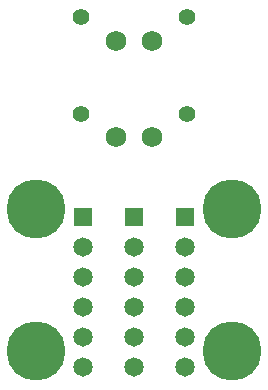
<source format=gbs>
G04*
G04 #@! TF.GenerationSoftware,Altium Limited,Altium Designer,23.10.1 (27)*
G04*
G04 Layer_Color=16711935*
%FSLAX25Y25*%
%MOIN*%
G70*
G04*
G04 #@! TF.SameCoordinates,63F36303-5D97-42AD-868C-FB7FB63341C3*
G04*
G04*
G04 #@! TF.FilePolarity,Negative*
G04*
G01*
G75*
%ADD18C,0.19685*%
%ADD19R,0.06457X0.06457*%
%ADD20C,0.06457*%
%ADD21C,0.06850*%
%ADD22C,0.05551*%
D18*
X32677Y-41339D02*
D03*
Y-88583D02*
D03*
X-32677D02*
D03*
Y-41339D02*
D03*
D19*
X16929Y-43701D02*
D03*
X0D02*
D03*
X-16929Y-43701D02*
D03*
D20*
X16929Y-53701D02*
D03*
X16929Y-63701D02*
D03*
X16929Y-73701D02*
D03*
X16929Y-83701D02*
D03*
Y-93701D02*
D03*
X0Y-53701D02*
D03*
Y-63701D02*
D03*
Y-73701D02*
D03*
Y-83701D02*
D03*
Y-93701D02*
D03*
X-16929Y-53701D02*
D03*
X-16929Y-63701D02*
D03*
X-16929Y-73701D02*
D03*
Y-83701D02*
D03*
X-16929Y-93701D02*
D03*
D21*
X5906Y-17323D02*
D03*
X-5906D02*
D03*
X5906Y14961D02*
D03*
X-5906D02*
D03*
D22*
X17717Y-9606D02*
D03*
X-17717D02*
D03*
X17717Y22677D02*
D03*
X-17717D02*
D03*
M02*

</source>
